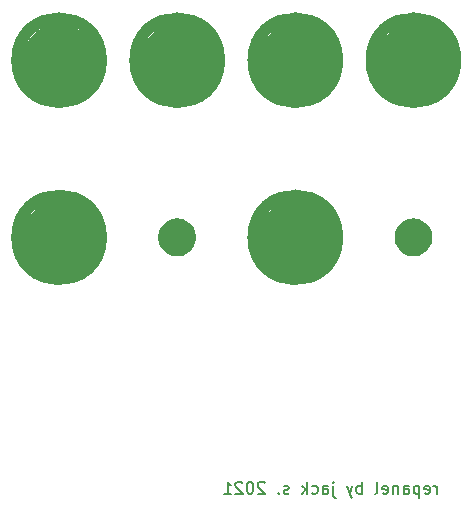
<source format=gbr>
G04 #@! TF.GenerationSoftware,KiCad,Pcbnew,(5.1.5-0)*
G04 #@! TF.CreationDate,2021-01-12T22:56:50-08:00*
G04 #@! TF.ProjectId,trackydacks,74726163-6b79-4646-9163-6b732e6b6963,rev?*
G04 #@! TF.SameCoordinates,Original*
G04 #@! TF.FileFunction,Soldermask,Bot*
G04 #@! TF.FilePolarity,Negative*
%FSLAX46Y46*%
G04 Gerber Fmt 4.6, Leading zero omitted, Abs format (unit mm)*
G04 Created by KiCad (PCBNEW (5.1.5-0)) date 2021-01-12 22:56:50*
%MOMM*%
%LPD*%
G04 APERTURE LIST*
%ADD10C,0.200000*%
%ADD11C,1.000000*%
%ADD12C,0.100000*%
G04 APERTURE END LIST*
D10*
X137226190Y-21202380D02*
X137226190Y-20535714D01*
X137226190Y-20726190D02*
X137178571Y-20630952D01*
X137130952Y-20583333D01*
X137035714Y-20535714D01*
X136940476Y-20535714D01*
X136226190Y-21154761D02*
X136321428Y-21202380D01*
X136511904Y-21202380D01*
X136607142Y-21154761D01*
X136654761Y-21059523D01*
X136654761Y-20678571D01*
X136607142Y-20583333D01*
X136511904Y-20535714D01*
X136321428Y-20535714D01*
X136226190Y-20583333D01*
X136178571Y-20678571D01*
X136178571Y-20773809D01*
X136654761Y-20869047D01*
X135750000Y-20535714D02*
X135750000Y-21535714D01*
X135750000Y-20583333D02*
X135654761Y-20535714D01*
X135464285Y-20535714D01*
X135369047Y-20583333D01*
X135321428Y-20630952D01*
X135273809Y-20726190D01*
X135273809Y-21011904D01*
X135321428Y-21107142D01*
X135369047Y-21154761D01*
X135464285Y-21202380D01*
X135654761Y-21202380D01*
X135750000Y-21154761D01*
X134416666Y-21202380D02*
X134416666Y-20678571D01*
X134464285Y-20583333D01*
X134559523Y-20535714D01*
X134750000Y-20535714D01*
X134845238Y-20583333D01*
X134416666Y-21154761D02*
X134511904Y-21202380D01*
X134750000Y-21202380D01*
X134845238Y-21154761D01*
X134892857Y-21059523D01*
X134892857Y-20964285D01*
X134845238Y-20869047D01*
X134750000Y-20821428D01*
X134511904Y-20821428D01*
X134416666Y-20773809D01*
X133940476Y-20535714D02*
X133940476Y-21202380D01*
X133940476Y-20630952D02*
X133892857Y-20583333D01*
X133797619Y-20535714D01*
X133654761Y-20535714D01*
X133559523Y-20583333D01*
X133511904Y-20678571D01*
X133511904Y-21202380D01*
X132654761Y-21154761D02*
X132750000Y-21202380D01*
X132940476Y-21202380D01*
X133035714Y-21154761D01*
X133083333Y-21059523D01*
X133083333Y-20678571D01*
X133035714Y-20583333D01*
X132940476Y-20535714D01*
X132750000Y-20535714D01*
X132654761Y-20583333D01*
X132607142Y-20678571D01*
X132607142Y-20773809D01*
X133083333Y-20869047D01*
X132035714Y-21202380D02*
X132130952Y-21154761D01*
X132178571Y-21059523D01*
X132178571Y-20202380D01*
X130892857Y-21202380D02*
X130892857Y-20202380D01*
X130892857Y-20583333D02*
X130797619Y-20535714D01*
X130607142Y-20535714D01*
X130511904Y-20583333D01*
X130464285Y-20630952D01*
X130416666Y-20726190D01*
X130416666Y-21011904D01*
X130464285Y-21107142D01*
X130511904Y-21154761D01*
X130607142Y-21202380D01*
X130797619Y-21202380D01*
X130892857Y-21154761D01*
X130083333Y-20535714D02*
X129845238Y-21202380D01*
X129607142Y-20535714D02*
X129845238Y-21202380D01*
X129940476Y-21440476D01*
X129988095Y-21488095D01*
X130083333Y-21535714D01*
X128464285Y-20535714D02*
X128464285Y-21392857D01*
X128511904Y-21488095D01*
X128607142Y-21535714D01*
X128654761Y-21535714D01*
X128464285Y-20202380D02*
X128511904Y-20250000D01*
X128464285Y-20297619D01*
X128416666Y-20250000D01*
X128464285Y-20202380D01*
X128464285Y-20297619D01*
X127559523Y-21202380D02*
X127559523Y-20678571D01*
X127607142Y-20583333D01*
X127702380Y-20535714D01*
X127892857Y-20535714D01*
X127988095Y-20583333D01*
X127559523Y-21154761D02*
X127654761Y-21202380D01*
X127892857Y-21202380D01*
X127988095Y-21154761D01*
X128035714Y-21059523D01*
X128035714Y-20964285D01*
X127988095Y-20869047D01*
X127892857Y-20821428D01*
X127654761Y-20821428D01*
X127559523Y-20773809D01*
X126654761Y-21154761D02*
X126750000Y-21202380D01*
X126940476Y-21202380D01*
X127035714Y-21154761D01*
X127083333Y-21107142D01*
X127130952Y-21011904D01*
X127130952Y-20726190D01*
X127083333Y-20630952D01*
X127035714Y-20583333D01*
X126940476Y-20535714D01*
X126750000Y-20535714D01*
X126654761Y-20583333D01*
X126226190Y-21202380D02*
X126226190Y-20202380D01*
X126130952Y-20821428D02*
X125845238Y-21202380D01*
X125845238Y-20535714D02*
X126226190Y-20916666D01*
X124702380Y-21154761D02*
X124607142Y-21202380D01*
X124416666Y-21202380D01*
X124321428Y-21154761D01*
X124273809Y-21059523D01*
X124273809Y-21011904D01*
X124321428Y-20916666D01*
X124416666Y-20869047D01*
X124559523Y-20869047D01*
X124654761Y-20821428D01*
X124702380Y-20726190D01*
X124702380Y-20678571D01*
X124654761Y-20583333D01*
X124559523Y-20535714D01*
X124416666Y-20535714D01*
X124321428Y-20583333D01*
X123845238Y-21107142D02*
X123797619Y-21154761D01*
X123845238Y-21202380D01*
X123892857Y-21154761D01*
X123845238Y-21107142D01*
X123845238Y-21202380D01*
X122654761Y-20297619D02*
X122607142Y-20250000D01*
X122511904Y-20202380D01*
X122273809Y-20202380D01*
X122178571Y-20250000D01*
X122130952Y-20297619D01*
X122083333Y-20392857D01*
X122083333Y-20488095D01*
X122130952Y-20630952D01*
X122702380Y-21202380D01*
X122083333Y-21202380D01*
X121464285Y-20202380D02*
X121369047Y-20202380D01*
X121273809Y-20250000D01*
X121226190Y-20297619D01*
X121178571Y-20392857D01*
X121130952Y-20583333D01*
X121130952Y-20821428D01*
X121178571Y-21011904D01*
X121226190Y-21107142D01*
X121273809Y-21154761D01*
X121369047Y-21202380D01*
X121464285Y-21202380D01*
X121559523Y-21154761D01*
X121607142Y-21107142D01*
X121654761Y-21011904D01*
X121702380Y-20821428D01*
X121702380Y-20583333D01*
X121654761Y-20392857D01*
X121607142Y-20297619D01*
X121559523Y-20250000D01*
X121464285Y-20202380D01*
X120750000Y-20297619D02*
X120702380Y-20250000D01*
X120607142Y-20202380D01*
X120369047Y-20202380D01*
X120273809Y-20250000D01*
X120226190Y-20297619D01*
X120178571Y-20392857D01*
X120178571Y-20488095D01*
X120226190Y-20630952D01*
X120797619Y-21202380D01*
X120178571Y-21202380D01*
X119226190Y-21202380D02*
X119797619Y-21202380D01*
X119511904Y-21202380D02*
X119511904Y-20202380D01*
X119607142Y-20345238D01*
X119702380Y-20440476D01*
X119797619Y-20488095D01*
D11*
X108800000Y15500000D02*
G75*
G03X108800000Y15500000I-3550000J0D01*
G01*
X118800000Y15500000D02*
G75*
G03X118800000Y15500000I-3550000J0D01*
G01*
X128800000Y15500000D02*
G75*
G03X128800000Y15500000I-3550000J0D01*
G01*
X138800000Y15500000D02*
G75*
G03X138800000Y15500000I-3550000J0D01*
G01*
X128800000Y500000D02*
G75*
G03X128800000Y500000I-3550000J0D01*
G01*
X108800000Y500000D02*
G75*
G03X108800000Y500000I-3550000J0D01*
G01*
D12*
G36*
X125854975Y3541415D02*
G01*
X126154528Y3481830D01*
X126718874Y3248070D01*
X127226772Y2908704D01*
X127658704Y2476772D01*
X127998070Y1968874D01*
X127998071Y1968872D01*
X128231830Y1404527D01*
X128351000Y805423D01*
X128351000Y194577D01*
X128318861Y33005D01*
X128231830Y-404528D01*
X127998070Y-968874D01*
X127658704Y-1476772D01*
X127226772Y-1908704D01*
X126718874Y-2248070D01*
X126154528Y-2481830D01*
X125854975Y-2541415D01*
X125555423Y-2601000D01*
X124944577Y-2601000D01*
X124645025Y-2541415D01*
X124345472Y-2481830D01*
X123781126Y-2248070D01*
X123273228Y-1908704D01*
X122841296Y-1476772D01*
X122501930Y-968874D01*
X122268170Y-404528D01*
X122181139Y33005D01*
X122149000Y194577D01*
X122149000Y805423D01*
X122268170Y1404527D01*
X122501929Y1968872D01*
X122501930Y1968874D01*
X122841296Y2476772D01*
X123273228Y2908704D01*
X123781126Y3248070D01*
X124345472Y3481830D01*
X124645025Y3541415D01*
X124944577Y3601000D01*
X125555423Y3601000D01*
X125854975Y3541415D01*
G37*
G36*
X105854975Y3541415D02*
G01*
X106154528Y3481830D01*
X106718874Y3248070D01*
X107226772Y2908704D01*
X107658704Y2476772D01*
X107998070Y1968874D01*
X107998071Y1968872D01*
X108231830Y1404527D01*
X108351000Y805423D01*
X108351000Y194577D01*
X108318861Y33005D01*
X108231830Y-404528D01*
X107998070Y-968874D01*
X107658704Y-1476772D01*
X107226772Y-1908704D01*
X106718874Y-2248070D01*
X106154528Y-2481830D01*
X105854975Y-2541415D01*
X105555423Y-2601000D01*
X104944577Y-2601000D01*
X104645025Y-2541415D01*
X104345472Y-2481830D01*
X103781126Y-2248070D01*
X103273228Y-1908704D01*
X102841296Y-1476772D01*
X102501930Y-968874D01*
X102268170Y-404528D01*
X102181139Y33005D01*
X102149000Y194577D01*
X102149000Y805423D01*
X102268170Y1404527D01*
X102501929Y1968872D01*
X102501930Y1968874D01*
X102841296Y2476772D01*
X103273228Y2908704D01*
X103781126Y3248070D01*
X104345472Y3481830D01*
X104645025Y3541415D01*
X104944577Y3601000D01*
X105555423Y3601000D01*
X105854975Y3541415D01*
G37*
G36*
X135446217Y2093335D02*
G01*
X135716995Y2039475D01*
X136008358Y1918788D01*
X136270578Y1743578D01*
X136493578Y1520578D01*
X136668788Y1258358D01*
X136789475Y966995D01*
X136851000Y657685D01*
X136851000Y342315D01*
X136789475Y33005D01*
X136668788Y-258358D01*
X136493578Y-520578D01*
X136270578Y-743578D01*
X136008358Y-918788D01*
X135716995Y-1039475D01*
X135446217Y-1093335D01*
X135407686Y-1101000D01*
X135092314Y-1101000D01*
X135053783Y-1093335D01*
X134783005Y-1039475D01*
X134491642Y-918788D01*
X134229422Y-743578D01*
X134006422Y-520578D01*
X133831212Y-258358D01*
X133710525Y33005D01*
X133649000Y342315D01*
X133649000Y657685D01*
X133710525Y966995D01*
X133831212Y1258358D01*
X134006422Y1520578D01*
X134229422Y1743578D01*
X134491642Y1918788D01*
X134783005Y2039475D01*
X135053783Y2093335D01*
X135092314Y2101000D01*
X135407686Y2101000D01*
X135446217Y2093335D01*
G37*
G36*
X115446217Y2093335D02*
G01*
X115716995Y2039475D01*
X116008358Y1918788D01*
X116270578Y1743578D01*
X116493578Y1520578D01*
X116668788Y1258358D01*
X116789475Y966995D01*
X116851000Y657685D01*
X116851000Y342315D01*
X116789475Y33005D01*
X116668788Y-258358D01*
X116493578Y-520578D01*
X116270578Y-743578D01*
X116008358Y-918788D01*
X115716995Y-1039475D01*
X115446217Y-1093335D01*
X115407686Y-1101000D01*
X115092314Y-1101000D01*
X115053783Y-1093335D01*
X114783005Y-1039475D01*
X114491642Y-918788D01*
X114229422Y-743578D01*
X114006422Y-520578D01*
X113831212Y-258358D01*
X113710525Y33005D01*
X113649000Y342315D01*
X113649000Y657685D01*
X113710525Y966995D01*
X113831212Y1258358D01*
X114006422Y1520578D01*
X114229422Y1743578D01*
X114491642Y1918788D01*
X114783005Y2039475D01*
X115053783Y2093335D01*
X115092314Y2101000D01*
X115407686Y2101000D01*
X115446217Y2093335D01*
G37*
G36*
X135854975Y18541415D02*
G01*
X136154528Y18481830D01*
X136718874Y18248070D01*
X137226772Y17908704D01*
X137658704Y17476772D01*
X137998070Y16968874D01*
X138231830Y16404528D01*
X138351000Y15805422D01*
X138351000Y15194578D01*
X138231830Y14595472D01*
X137998070Y14031126D01*
X137658704Y13523228D01*
X137226772Y13091296D01*
X136718874Y12751930D01*
X136154528Y12518170D01*
X135854975Y12458585D01*
X135555423Y12399000D01*
X134944577Y12399000D01*
X134645025Y12458585D01*
X134345472Y12518170D01*
X133781126Y12751930D01*
X133273228Y13091296D01*
X132841296Y13523228D01*
X132501930Y14031126D01*
X132268170Y14595472D01*
X132149000Y15194578D01*
X132149000Y15805422D01*
X132268170Y16404528D01*
X132501930Y16968874D01*
X132841296Y17476772D01*
X133273228Y17908704D01*
X133781126Y18248070D01*
X134345472Y18481830D01*
X134645025Y18541415D01*
X134944577Y18601000D01*
X135555423Y18601000D01*
X135854975Y18541415D01*
G37*
G36*
X125854975Y18541415D02*
G01*
X126154528Y18481830D01*
X126718874Y18248070D01*
X127226772Y17908704D01*
X127658704Y17476772D01*
X127998070Y16968874D01*
X128231830Y16404528D01*
X128351000Y15805422D01*
X128351000Y15194578D01*
X128231830Y14595472D01*
X127998070Y14031126D01*
X127658704Y13523228D01*
X127226772Y13091296D01*
X126718874Y12751930D01*
X126154528Y12518170D01*
X125854975Y12458585D01*
X125555423Y12399000D01*
X124944577Y12399000D01*
X124645025Y12458585D01*
X124345472Y12518170D01*
X123781126Y12751930D01*
X123273228Y13091296D01*
X122841296Y13523228D01*
X122501930Y14031126D01*
X122268170Y14595472D01*
X122149000Y15194578D01*
X122149000Y15805422D01*
X122268170Y16404528D01*
X122501930Y16968874D01*
X122841296Y17476772D01*
X123273228Y17908704D01*
X123781126Y18248070D01*
X124345472Y18481830D01*
X124645025Y18541415D01*
X124944577Y18601000D01*
X125555423Y18601000D01*
X125854975Y18541415D01*
G37*
G36*
X115854975Y18541415D02*
G01*
X116154528Y18481830D01*
X116718874Y18248070D01*
X117226772Y17908704D01*
X117658704Y17476772D01*
X117998070Y16968874D01*
X118231830Y16404528D01*
X118351000Y15805422D01*
X118351000Y15194578D01*
X118231830Y14595472D01*
X117998070Y14031126D01*
X117658704Y13523228D01*
X117226772Y13091296D01*
X116718874Y12751930D01*
X116154528Y12518170D01*
X115854975Y12458585D01*
X115555423Y12399000D01*
X114944577Y12399000D01*
X114645025Y12458585D01*
X114345472Y12518170D01*
X113781126Y12751930D01*
X113273228Y13091296D01*
X112841296Y13523228D01*
X112501930Y14031126D01*
X112268170Y14595472D01*
X112149000Y15194578D01*
X112149000Y15805422D01*
X112268170Y16404528D01*
X112501930Y16968874D01*
X112841296Y17476772D01*
X113273228Y17908704D01*
X113781126Y18248070D01*
X114345472Y18481830D01*
X114645025Y18541415D01*
X114944577Y18601000D01*
X115555423Y18601000D01*
X115854975Y18541415D01*
G37*
G36*
X105854975Y18541415D02*
G01*
X106154528Y18481830D01*
X106718874Y18248070D01*
X107226772Y17908704D01*
X107658704Y17476772D01*
X107998070Y16968874D01*
X108231830Y16404528D01*
X108351000Y15805422D01*
X108351000Y15194578D01*
X108231830Y14595472D01*
X107998070Y14031126D01*
X107658704Y13523228D01*
X107226772Y13091296D01*
X106718874Y12751930D01*
X106154528Y12518170D01*
X105854975Y12458585D01*
X105555423Y12399000D01*
X104944577Y12399000D01*
X104645025Y12458585D01*
X104345472Y12518170D01*
X103781126Y12751930D01*
X103273228Y13091296D01*
X102841296Y13523228D01*
X102501930Y14031126D01*
X102268170Y14595472D01*
X102149000Y15194578D01*
X102149000Y15805422D01*
X102268170Y16404528D01*
X102501930Y16968874D01*
X102841296Y17476772D01*
X103273228Y17908704D01*
X103781126Y18248070D01*
X104345472Y18481830D01*
X104645025Y18541415D01*
X104944577Y18601000D01*
X105555423Y18601000D01*
X105854975Y18541415D01*
G37*
M02*

</source>
